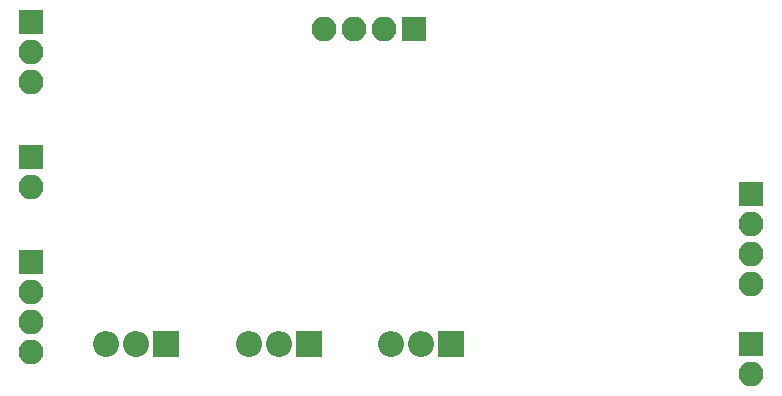
<source format=gbr>
%TF.GenerationSoftware,KiCad,Pcbnew,4.0.7-e2-6376~58~ubuntu17.04.1*%
%TF.CreationDate,2017-10-02T14:32:41+02:00*%
%TF.ProjectId,motion_led_pcb,6D6F74696F6E5F6C65645F7063622E6B,rev?*%
%TF.FileFunction,Soldermask,Bot*%
%FSLAX46Y46*%
G04 Gerber Fmt 4.6, Leading zero omitted, Abs format (unit mm)*
G04 Created by KiCad (PCBNEW 4.0.7-e2-6376~58~ubuntu17.04.1) date Mon Oct  2 14:32:41 2017*
%MOMM*%
%LPD*%
G01*
G04 APERTURE LIST*
%ADD10C,0.100000*%
%ADD11R,2.100000X2.100000*%
%ADD12O,2.100000X2.100000*%
%ADD13R,2.200000X2.200000*%
%ADD14O,2.200000X2.200000*%
G04 APERTURE END LIST*
D10*
D11*
X3810000Y12065000D03*
D12*
X3810000Y9525000D03*
X3810000Y6985000D03*
X3810000Y4445000D03*
D11*
X36195000Y31750000D03*
D12*
X33655000Y31750000D03*
X31115000Y31750000D03*
X28575000Y31750000D03*
D11*
X3810000Y32385000D03*
D12*
X3810000Y29845000D03*
X3810000Y27305000D03*
D11*
X64770000Y17780000D03*
D12*
X64770000Y15240000D03*
X64770000Y12700000D03*
X64770000Y10160000D03*
D13*
X39370000Y5080000D03*
D14*
X36830000Y5080000D03*
X34290000Y5080000D03*
D13*
X27305000Y5080000D03*
D14*
X24765000Y5080000D03*
X22225000Y5080000D03*
D13*
X15240000Y5080000D03*
D14*
X12700000Y5080000D03*
X10160000Y5080000D03*
D11*
X3810000Y20955000D03*
D12*
X3810000Y18415000D03*
D11*
X64770000Y5080000D03*
D12*
X64770000Y2540000D03*
M02*

</source>
